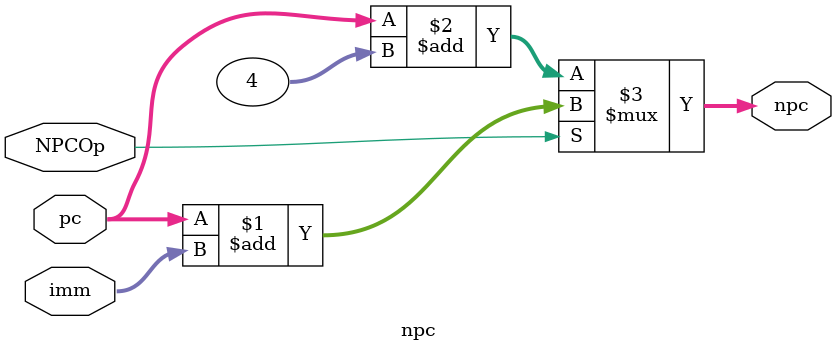
<source format=v>
`timescale 1ns / 1ps


module npc(
    input [31:0] pc, 
    input NPCOp,
    input [31:0] imm,
    output [31:0] npc
    );
    assign npc = NPCOp ? pc + imm: pc + 4;
endmodule

</source>
